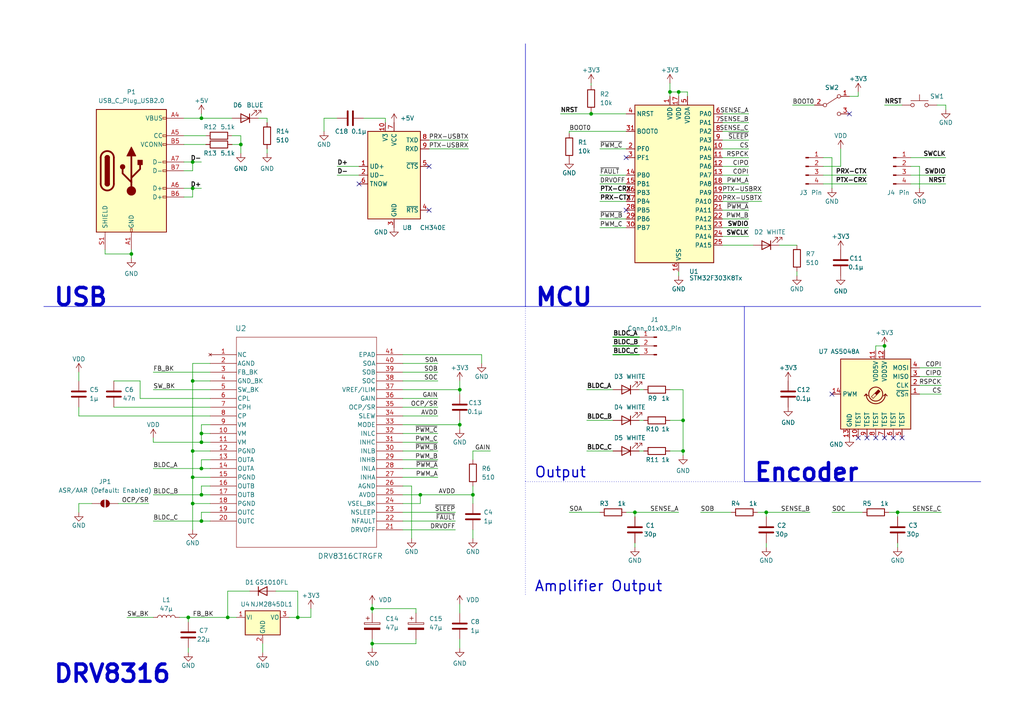
<source format=kicad_sch>
(kicad_sch (version 20231120) (generator "eeschema") (generator_version "8.0")
  (paper "A4")
  (title_block (date "2024-09-30") (company "shirokuma89dev"))
  (lib_symbols
    (symbol "Connector:Conn_01x03_Pin" (pin_names (offset 1.016) hide)
      (property "Reference" "J" (at 0 5.08 0))
      (property "Value" "Conn_01x03_Pin" (at 0 -5.08 0))
      (symbol "Conn_01x03_Pin_1_1"
        (pin passive line (at 5.08 2.54 180) (length 3.81) (name "Pin_1") (number "1"))
        (pin passive line (at 5.08 0 180) (length 3.81) (name "Pin_2") (number "2"))
        (pin passive line (at 5.08 -2.54 180) (length 3.81) (name "Pin_3") (number "3"))
      )
    )
    (symbol "Connector:Conn_01x04_Pin" (pin_names (offset 1.016) hide)
      (property "Reference" "J" (at 0 5.08 0))
      (property "Value" "Conn_01x04_Pin" (at 0 -7.62 0))
      (symbol "Conn_01x04_Pin_1_1"
        (pin passive line (at 5.08 2.54 180) (length 3.81) (name "Pin_1") (number "1"))
        (pin passive line (at 5.08 0 180) (length 3.81) (name "Pin_2") (number "2"))
        (pin passive line (at 5.08 -2.54 180) (length 3.81) (name "Pin_3") (number "3"))
        (pin passive line (at 5.08 -5.08 180) (length 3.81) (name "Pin_4") (number "4"))
      )
    )
    (symbol "Connector:USB_C_Plug_USB2.0" (pin_names (offset 1.016))
      (property "Reference" "P1" (at 0 22.86 0))
      (property "Value" "USB_C_Plug_USB2.0" (at 0 20.32 0))
      (symbol "USB_C_Plug_USB2.0_1_1"
        (pin passive line (at 0 -22.86 90) (length 5.08) (name "GND") (number "A1"))
        (pin passive line (at 0 -22.86 90) (length 5.08) hide (name "GND") (number "A12"))
        (pin passive line (at 15.24 15.24 180) (length 5.08) (name "VBUS") (number "A4"))
        (pin bidirectional line (at 15.24 10.16 180) (length 5.08) (name "CC") (number "A5"))
        (pin bidirectional line (at 15.24 -5.08 180) (length 5.08) (name "D+") (number "A6"))
        (pin bidirectional line (at 15.24 2.54 180) (length 5.08) (name "D-") (number "A7"))
        (pin passive line (at 15.24 15.24 180) (length 5.08) hide (name "VBUS") (number "A9"))
        (pin passive line (at 0 -22.86 90) (length 5.08) hide (name "GND") (number "B1"))
        (pin passive line (at 0 -22.86 90) (length 5.08) hide (name "GND") (number "B12"))
        (pin passive line (at 15.24 15.24 180) (length 5.08) hide (name "VBUS") (number "B4"))
        (pin bidirectional line (at 15.24 7.62 180) (length 5.08) (name "VCONN") (number "B5"))
        (pin bidirectional line (at 15.24 -7.62 180) (length 5.08) (name "D+") (number "B6"))
        (pin bidirectional line (at 15.24 0 180) (length 5.08) (name "D-") (number "B7"))
        (pin passive line (at 15.24 15.24 180) (length 5.08) hide (name "VBUS") (number "B9"))
        (pin passive line (at -7.62 -22.86 90) (length 5.08) (name "SHIELD") (number "S1"))
      )
    )
    (symbol "DRV8316CT:DRV8316CTRGFR" (pin_names (offset 0.254))
      (property "Reference" "U" (at 27.94 10.16 0))
      (property "Value" "DRV8316CTRGFR" (at 27.94 7.62 0))
      (symbol "DRV8316CTRGFR_0_1"
        (pin no_connect line (at 0 0 0) (length 7.62) (name "NC") (number "1"))
        (pin power_in line (at 0 -22.86 0) (length 7.62) (name "VM") (number "10"))
        (pin power_in line (at 0 -25.4 0) (length 7.62) (name "VM") (number "11"))
        (pin power_out line (at 0 -27.94 0) (length 7.62) (name "PGND") (number "12"))
        (pin power_in line (at 0 -30.48 0) (length 7.62) (name "OUTA") (number "13"))
        (pin power_in line (at 0 -33.02 0) (length 7.62) (name "OUTA") (number "14"))
        (pin power_out line (at 0 -35.56 0) (length 7.62) (name "PGND") (number "15"))
        (pin power_in line (at 0 -38.1 0) (length 7.62) (name "OUTB") (number "16"))
        (pin power_in line (at 0 -40.64 0) (length 7.62) (name "OUTB") (number "17"))
        (pin power_out line (at 0 -43.18 0) (length 7.62) (name "PGND") (number "18"))
        (pin power_in line (at 0 -45.72 0) (length 7.62) (name "OUTC") (number "19"))
        (pin power_out line (at 0 -2.54 0) (length 7.62) (name "AGND") (number "2"))
        (pin power_in line (at 0 -48.26 0) (length 7.62) (name "OUTC") (number "20"))
        (pin input line (at 55.88 -50.8 180) (length 7.62) (name "DRVOFF") (number "21"))
        (pin output line (at 55.88 -48.26 180) (length 7.62) (name "NFAULT") (number "22"))
        (pin input line (at 55.88 -45.72 180) (length 7.62) (name "NSLEEP") (number "23"))
        (pin input line (at 55.88 -43.18 180) (length 7.62) (name "VSEL_BK") (number "24"))
        (pin power_in line (at 55.88 -40.64 180) (length 7.62) (name "AVDD") (number "25"))
        (pin power_out line (at 55.88 -38.1 180) (length 7.62) (name "AGND") (number "26"))
        (pin input line (at 55.88 -35.56 180) (length 7.62) (name "INHA") (number "27"))
        (pin input line (at 55.88 -33.02 180) (length 7.62) (name "INLA") (number "28"))
        (pin input line (at 55.88 -30.48 180) (length 7.62) (name "INHB") (number "29"))
        (pin power_in line (at 0 -5.08 0) (length 7.62) (name "FB_BK") (number "3"))
        (pin input line (at 55.88 -27.94 180) (length 7.62) (name "INLB") (number "30"))
        (pin input line (at 55.88 -25.4 180) (length 7.62) (name "INHC") (number "31"))
        (pin input line (at 55.88 -22.86 180) (length 7.62) (name "INLC") (number "32"))
        (pin input line (at 55.88 -20.32 180) (length 7.62) (name "MODE") (number "33"))
        (pin input line (at 55.88 -17.78 180) (length 7.62) (name "SLEW") (number "34"))
        (pin input line (at 55.88 -15.24 180) (length 7.62) (name "OCP/SR") (number "35"))
        (pin input line (at 55.88 -12.7 180) (length 7.62) (name "GAIN") (number "36"))
        (pin power_in line (at 55.88 -10.16 180) (length 7.62) (name "VREF/ILIM") (number "37"))
        (pin output line (at 55.88 -7.62 180) (length 7.62) (name "SOC") (number "38"))
        (pin output line (at 55.88 -5.08 180) (length 7.62) (name "SOB") (number "39"))
        (pin power_out line (at 0 -7.62 0) (length 7.62) (name "GND_BK") (number "4"))
        (pin output line (at 55.88 -2.54 180) (length 7.62) (name "SOA") (number "40"))
        (pin power_out line (at 55.88 0 180) (length 7.62) (name "EPAD") (number "41"))
        (pin power_in line (at 0 -10.16 0) (length 7.62) (name "SW_BK") (number "5"))
        (pin power_in line (at 0 -12.7 0) (length 7.62) (name "CPL") (number "6"))
        (pin power_in line (at 0 -15.24 0) (length 7.62) (name "CPH") (number "7"))
        (pin power_in line (at 0 -17.78 0) (length 7.62) (name "CP") (number "8"))
        (pin power_in line (at 0 -20.32 0) (length 7.62) (name "VM") (number "9"))
      )
    )
    (symbol "Device:C" (pin_numbers hide) (pin_names (offset 0.254))
      (property "Reference" "C" (at 0.635 2.54 0))
      (property "Value" "C" (at 0.635 -2.54 0))
      (symbol "C_1_1"
        (pin passive line (at 0 3.81 270) (length 2.794) (name "~") (number "1"))
        (pin passive line (at 0 -3.81 90) (length 2.794) (name "~") (number "2"))
      )
    )
    (symbol "Device:C_Polarized" (pin_numbers hide) (pin_names (offset 0.254))
      (property "Reference" "C" (at 0.635 2.54 0))
      (property "Value" "C_Polarized" (at 0.635 -2.54 0))
      (symbol "C_Polarized_1_1"
        (pin passive line (at 0 3.81 270) (length 2.794) (name "~") (number "1"))
        (pin passive line (at 0 -3.81 90) (length 2.794) (name "~") (number "2"))
      )
    )
    (symbol "Device:D" (pin_numbers hide) (pin_names (offset 1.016) hide)
      (property "Reference" "D" (at 0 2.54 0))
      (property "Value" "D" (at 0 -2.54 0))
      (symbol "D_1_1"
        (pin passive line (at -3.81 0 0) (length 2.54) (name "K") (number "1"))
        (pin passive line (at 3.81 0 180) (length 2.54) (name "A") (number "2"))
      )
    )
    (symbol "Device:L" (pin_numbers hide) (pin_names (offset 1.016) hide)
      (property "Reference" "L" (at -1.27 0 90))
      (property "Value" "L" (at 1.905 0 90))
      (symbol "L_1_1"
        (pin passive line (at 0 3.81 270) (length 1.27) (name "1") (number "1"))
        (pin passive line (at 0 -3.81 90) (length 1.27) (name "2") (number "2"))
      )
    )
    (symbol "Device:LED" (pin_numbers hide) (pin_names (offset 1.016) hide)
      (property "Reference" "D" (at 0 2.54 0))
      (property "Value" "LED" (at 0 -2.54 0))
      (symbol "LED_1_1"
        (pin passive line (at -3.81 0 0) (length 2.54) (name "K") (number "1"))
        (pin passive line (at 3.81 0 180) (length 2.54) (name "A") (number "2"))
      )
    )
    (symbol "Device:R" (pin_numbers hide) (pin_names (offset 0))
      (property "Reference" "R" (at 2.032 0 90))
      (property "Value" "R" (at 0 0 90))
      (symbol "R_1_1"
        (pin passive line (at 0 3.81 270) (length 1.27) (name "~") (number "1"))
        (pin passive line (at 0 -3.81 90) (length 1.27) (name "~") (number "2"))
      )
    )
    (symbol "Interface_USB:CH340E"
      (property "Reference" "U" (at -5.08 13.97 0))
      (property "Value" "CH340E" (at 1.27 13.97 0))
      (symbol "CH340E_1_1"
        (pin bidirectional line (at -10.16 2.54 0) (length 2.54) (name "UD+") (number "1"))
        (pin passive line (at -2.54 15.24 270) (length 2.54) (name "V3") (number "10"))
        (pin bidirectional line (at -10.16 0 0) (length 2.54) (name "UD-") (number "2"))
        (pin power_in line (at 0 -15.24 90) (length 2.54) (name "GND") (number "3"))
        (pin output line (at 10.16 -10.16 180) (length 2.54) (name "~{RTS}") (number "4"))
        (pin input line (at 10.16 2.54 180) (length 2.54) (name "~{CTS}") (number "5"))
        (pin output line (at -10.16 -2.54 0) (length 2.54) (name "TNOW") (number "6"))
        (pin power_in line (at 0 15.24 270) (length 2.54) (name "VCC") (number "7"))
        (pin output line (at 10.16 10.16 180) (length 2.54) (name "TXD") (number "8"))
        (pin input line (at 10.16 7.62 180) (length 2.54) (name "RXD") (number "9"))
      )
    )
    (symbol "Jumper:SolderJumper_2_Open" (pin_numbers hide) (pin_names (offset 0) hide) (exclude_from_sim yes) (in_bom no)
      (property "Reference" "JP" (at 0 2.032 0))
      (property "Value" "SolderJumper_2_Open" (at 0 -2.54 0))
      (symbol "SolderJumper_2_Open_1_1"
        (pin passive line (at -3.81 0 0) (length 2.54) (name "A") (number "1"))
        (pin passive line (at 3.81 0 180) (length 2.54) (name "B") (number "2"))
      )
    )
    (symbol "MCU_ST_STM32F3:STM32F303K8Tx"
      (property "Reference" "U" (at -10.16 24.13 0))
      (property "Value" "STM32F303K8Tx" (at 7.62 24.13 0))
      (symbol "STM32F303K8Tx_1_1"
        (pin power_in line (at 0 25.4 270) (length 2.54) (name "VDD") (number "1"))
        (pin bidirectional line (at 15.24 10.16 180) (length 2.54) (name "PA4") (number "10"))
        (pin bidirectional line (at 15.24 7.62 180) (length 2.54) (name "PA5") (number "11"))
        (pin bidirectional line (at 15.24 5.08 180) (length 2.54) (name "PA6") (number "12"))
        (pin bidirectional line (at 15.24 2.54 180) (length 2.54) (name "PA7") (number "13"))
        (pin bidirectional line (at -12.7 2.54 0) (length 2.54) (name "PB0") (number "14"))
        (pin bidirectional line (at -12.7 0 0) (length 2.54) (name "PB1") (number "15"))
        (pin power_in line (at 2.54 -25.4 90) (length 2.54) (name "VSS") (number "16"))
        (pin power_in line (at 2.54 25.4 270) (length 2.54) (name "VDD") (number "17"))
        (pin bidirectional line (at 15.24 0 180) (length 2.54) (name "PA8") (number "18"))
        (pin bidirectional line (at 15.24 -2.54 180) (length 2.54) (name "PA9") (number "19"))
        (pin bidirectional line (at -12.7 10.16 0) (length 2.54) (name "PF0") (number "2"))
        (pin bidirectional line (at 15.24 -5.08 180) (length 2.54) (name "PA10") (number "20"))
        (pin bidirectional line (at 15.24 -7.62 180) (length 2.54) (name "PA11") (number "21"))
        (pin bidirectional line (at 15.24 -10.16 180) (length 2.54) (name "PA12") (number "22"))
        (pin bidirectional line (at 15.24 -12.7 180) (length 2.54) (name "PA13") (number "23"))
        (pin bidirectional line (at 15.24 -15.24 180) (length 2.54) (name "PA14") (number "24"))
        (pin bidirectional line (at 15.24 -17.78 180) (length 2.54) (name "PA15") (number "25"))
        (pin bidirectional line (at -12.7 -2.54 0) (length 2.54) (name "PB3") (number "26"))
        (pin bidirectional line (at -12.7 -5.08 0) (length 2.54) (name "PB4") (number "27"))
        (pin bidirectional line (at -12.7 -7.62 0) (length 2.54) (name "PB5") (number "28"))
        (pin bidirectional line (at -12.7 -10.16 0) (length 2.54) (name "PB6") (number "29"))
        (pin bidirectional line (at -12.7 7.62 0) (length 2.54) (name "PF1") (number "3"))
        (pin bidirectional line (at -12.7 -12.7 0) (length 2.54) (name "PB7") (number "30"))
        (pin input line (at -12.7 15.24 0) (length 2.54) (name "BOOT0") (number "31"))
        (pin passive line (at 2.54 -25.4 90) (length 2.54) hide (name "VSS") (number "32"))
        (pin input line (at -12.7 20.32 0) (length 2.54) (name "NRST") (number "4"))
        (pin power_in line (at 5.08 25.4 270) (length 2.54) (name "VDDA") (number "5"))
        (pin bidirectional line (at 15.24 20.32 180) (length 2.54) (name "PA0") (number "6"))
        (pin bidirectional line (at 15.24 17.78 180) (length 2.54) (name "PA1") (number "7"))
        (pin bidirectional line (at 15.24 15.24 180) (length 2.54) (name "PA2") (number "8"))
        (pin bidirectional line (at 15.24 12.7 180) (length 2.54) (name "PA3") (number "9"))
      )
    )
    (symbol "Regulator_Linear:MCP1703Ax-120xxDB" (pin_names (offset 0.254))
      (property "Reference" "U" (at -3.81 3.175 0))
      (property "Value" "MCP1703Ax-120xxDB" (at 0 3.175 0))
      (symbol "MCP1703Ax-120xxDB_1_1"
        (pin power_in line (at -7.62 0 0) (length 2.54) (name "VI") (number "1"))
        (pin power_in line (at 0 -7.62 90) (length 2.54) (name "GND") (number "2"))
        (pin power_out line (at 7.62 0 180) (length 2.54) (name "VO") (number "3"))
      )
    )
    (symbol "Sensor_Magnetic:AS5048A"
      (property "Reference" "U" (at -10.16 11.43 0))
      (property "Value" "AS5048A" (at 10.16 11.43 0))
      (symbol "AS5048A_1_1"
        (pin input line (at -12.7 0 0) (length 2.54) (name "~{CSn}") (number "1"))
        (pin passive line (at 5.08 -12.7 90) (length 2.54) (name "TEST") (number "10"))
        (pin power_in line (at 0 12.7 270) (length 2.54) (name "VDD5V") (number "11"))
        (pin power_in line (at -2.54 12.7 270) (length 2.54) (name "VDD3V") (number "12"))
        (pin power_in line (at 7.62 -12.7 90) (length 2.54) (name "GND") (number "13"))
        (pin output line (at 12.7 0 180) (length 2.54) (name "PWM") (number "14"))
        (pin input line (at -12.7 2.54 0) (length 2.54) (name "CLK") (number "2"))
        (pin output line (at -12.7 5.08 0) (length 2.54) (name "MISO") (number "3"))
        (pin input line (at -12.7 7.62 0) (length 2.54) (name "MOSI") (number "4"))
        (pin passive line (at -7.62 -12.7 90) (length 2.54) (name "TEST") (number "5"))
        (pin passive line (at -5.08 -12.7 90) (length 2.54) (name "TEST") (number "6"))
        (pin passive line (at -2.54 -12.7 90) (length 2.54) (name "TEST") (number "7"))
        (pin passive line (at 0 -12.7 90) (length 2.54) (name "TEST") (number "8"))
        (pin passive line (at 2.54 -12.7 90) (length 2.54) (name "TEST") (number "9"))
      )
    )
    (symbol "Switch:SW_Push" (pin_numbers hide) (pin_names (offset 1.016) hide)
      (property "Reference" "SW" (at 1.27 2.54 0))
      (property "Value" "SW_Push" (at 0 -1.524 0))
      (symbol "SW_Push_0_1"
        (pin passive line (at -5.08 0 0) (length 2.54) (name "1") (number "1"))
        (pin passive line (at 5.08 0 180) (length 2.54) (name "2") (number "2"))
      )
    )
    (symbol "Switch:SW_SPDT" (pin_names (offset 0) hide)
      (property "Reference" "SW" (at 0 4.318 0))
      (property "Value" "SW_SPDT" (at 0 -5.08 0))
      (symbol "SW_SPDT_1_1"
        (pin passive line (at 5.08 2.54 180) (length 2.54) (name "A") (number "1"))
        (pin passive line (at -5.08 0 0) (length 2.54) (name "B") (number "2"))
        (pin passive line (at 5.08 -2.54 180) (length 2.54) (name "C") (number "3"))
      )
    )
    (symbol "power:+3V3" (power) (pin_names (offset 0))
      (property "Value" "+3V3" (at 0 3.556 0))
      (symbol "+3V3_1_1"
        (pin power_in line (at 0 0 90) (length 0) hide (name "+3V3") (number "1"))
      )
    )
    (symbol "power:+5V" (power) (pin_names (offset 0))
      (property "Value" "+5V" (at 0 3.556 0))
      (symbol "+5V_1_1"
        (pin power_in line (at 0 0 90) (length 0) hide (name "+5V") (number "1"))
      )
    )
    (symbol "power:GND" (power) (pin_names (offset 0))
      (property "Value" "GND" (at 0 -3.81 0))
      (symbol "GND_1_1"
        (pin power_in line (at 0 0 270) (length 0) hide (name "GND") (number "1"))
      )
    )
    (symbol "power:VDD" (power) (pin_names (offset 0))
      (property "Value" "VDD" (at 0 3.81 0))
      (symbol "VDD_1_1"
        (pin power_in line (at 0 0 90) (length 0) hide (name "VDD") (number "1"))
      )
    )
  )
  (junction (at 38.1 73.66))
  (junction (at 55.88 130.81))
  (junction (at 107.95 176.53))
  (junction (at 55.88 54.61))
  (junction (at 58.42 151.13))
  (junction (at 133.35 123.19))
  (junction (at 198.12 130.81))
  (junction (at 222.25 148.59))
  (junction (at 184.15 148.59))
  (junction (at 58.42 125.73))
  (junction (at 58.42 143.51))
  (junction (at 256.54 100.33))
  (junction (at 86.36 179.07))
  (junction (at 260.35 148.59))
  (junction (at 55.88 110.49))
  (junction (at 58.42 34.29))
  (junction (at 133.35 113.03))
  (junction (at 55.88 146.05))
  (junction (at 54.61 179.07))
  (junction (at 198.12 121.92))
  (junction (at 107.95 186.69))
  (junction (at 58.42 135.89))
  (junction (at 171.45 33.02))
  (junction (at 121.92 143.51))
  (junction (at 55.88 138.43))
  (junction (at 196.85 26.67))
  (junction (at 194.31 26.67))
  (junction (at 137.16 143.51))
  (junction (at 58.42 128.27))
  (junction (at 69.85 41.91))
  (junction (at 55.88 46.99))
  (junction (at 66.04 179.07))
  (no_connect (at 181.61 60.96))
  (no_connect (at 104.14 53.34))
  (no_connect (at 259.08 127))
  (no_connect (at 124.46 60.96))
  (no_connect (at 241.3 114.3))
  (no_connect (at 256.54 127))
  (no_connect (at 254 127))
  (no_connect (at 181.61 45.72))
  (no_connect (at 261.62 127))
  (no_connect (at 124.46 48.26))
  (no_connect (at 246.38 33.02))
  (no_connect (at 251.46 127))
  (no_connect (at 248.92 127))
  (wire (pts (xy 97.79 50.8) (xy 104.14 50.8)))
  (wire (pts (xy 107.95 176.53) (xy 120.65 176.53)))
  (wire (pts (xy 120.65 185.42) (xy 120.65 186.69)))
  (wire (pts (xy 133.35 110.49) (xy 133.35 113.03)))
  (wire (pts (xy 194.31 26.67) (xy 196.85 26.67)))
  (wire (pts (xy 194.31 121.92) (xy 198.12 121.92)))
  (wire (pts (xy 54.61 187.96) (xy 54.61 189.23)))
  (wire (pts (xy 238.76 48.26) (xy 243.84 48.26)))
  (wire (pts (xy 60.96 123.19) (xy 58.42 123.19)))
  (wire (pts (xy 86.36 179.07) (xy 90.17 179.07)))
  (wire (pts (xy 209.55 60.96) (xy 217.17 60.96)))
  (wire (pts (xy 209.55 55.88) (xy 220.98 55.88)))
  (wire (pts (xy 55.88 146.05) (xy 55.88 138.43)))
  (wire (pts (xy 133.35 187.96) (xy 133.35 185.42)))
  (wire (pts (xy 170.18 121.92) (xy 177.8 121.92)))
  (wire (pts (xy 266.7 109.22) (xy 273.05 109.22)))
  (wire (pts (xy 198.12 130.81) (xy 198.12 132.08)))
  (wire (pts (xy 209.55 35.56) (xy 217.17 35.56)))
  (wire (pts (xy 137.16 140.97) (xy 137.16 143.51)))
  (wire (pts (xy 58.42 125.73) (xy 60.96 125.73)))
  (wire (pts (xy 257.81 148.59) (xy 260.35 148.59)))
  (wire (pts (xy 44.45 113.03) (xy 60.96 113.03)))
  (wire (pts (xy 111.76 34.29) (xy 105.41 34.29)))
  (wire (pts (xy 54.61 179.07) (xy 66.04 179.07)))
  (wire (pts (xy 116.84 128.27) (xy 127 128.27)))
  (wire (pts (xy 209.55 66.04) (xy 217.17 66.04)))
  (wire (pts (xy 60.96 148.59) (xy 58.42 148.59)))
  (wire (pts (xy 116.84 130.81) (xy 127 130.81)))
  (wire (pts (xy 173.99 50.8) (xy 181.61 50.8)))
  (wire (pts (xy 76.2 186.69) (xy 76.2 189.23)))
  (wire (pts (xy 266.7 48.26) (xy 266.7 54.61)))
  (wire (pts (xy 58.42 34.29) (xy 67.31 34.29)))
  (polyline (pts (xy 152.4 88.9) (xy 284.48 88.9)))
  (wire (pts (xy 181.61 148.59) (xy 184.15 148.59)))
  (wire (pts (xy 67.31 41.91) (xy 69.85 41.91)))
  (wire (pts (xy 97.79 34.29) (xy 93.98 34.29)))
  (wire (pts (xy 264.16 48.26) (xy 266.7 48.26)))
  (wire (pts (xy 58.42 148.59) (xy 58.42 151.13)))
  (wire (pts (xy 243.84 43.18) (xy 243.84 48.26)))
  (wire (pts (xy 58.42 133.35) (xy 58.42 135.89)))
  (wire (pts (xy 30.48 72.39) (xy 30.48 73.66)))
  (wire (pts (xy 116.84 138.43) (xy 127 138.43)))
  (wire (pts (xy 260.35 148.59) (xy 260.35 149.86)))
  (wire (pts (xy 53.34 57.15) (xy 55.88 57.15)))
  (polyline (pts (xy 152.4 139.7) (xy 152.4 172.72)) (stroke (width 0) (type dot)))
  (wire (pts (xy 107.95 176.53) (xy 107.95 177.8)))
  (wire (pts (xy 177.8 102.87) (xy 185.42 102.87)) (stroke (width 0.3)))
  (polyline (pts (xy 215.9 88.9) (xy 215.9 139.7)))
  (wire (pts (xy 116.84 125.73) (xy 127 125.73)))
  (wire (pts (xy 238.76 53.34) (xy 251.46 53.34)))
  (wire (pts (xy 44.45 127) (xy 44.45 128.27)))
  (wire (pts (xy 34.29 146.05) (xy 43.18 146.05)))
  (wire (pts (xy 116.84 133.35) (xy 127 133.35)))
  (wire (pts (xy 107.95 175.26) (xy 107.95 176.53)))
  (wire (pts (xy 173.99 53.34) (xy 181.61 53.34)))
  (wire (pts (xy 173.99 66.04) (xy 181.61 66.04)))
  (wire (pts (xy 260.35 157.48) (xy 260.35 158.75)))
  (wire (pts (xy 246.38 27.94) (xy 248.92 27.94)))
  (wire (pts (xy 271.78 30.48) (xy 274.32 30.48)))
  (wire (pts (xy 116.84 151.13) (xy 132.08 151.13)))
  (wire (pts (xy 90.17 176.53) (xy 90.17 179.07)))
  (wire (pts (xy 83.82 179.07) (xy 86.36 179.07)))
  (wire (pts (xy 116.84 113.03) (xy 133.35 113.03)))
  (wire (pts (xy 121.92 146.05) (xy 121.92 143.51)))
  (wire (pts (xy 55.88 54.61) (xy 55.88 57.15)))
  (wire (pts (xy 171.45 24.13) (xy 171.45 24.765)))
  (wire (pts (xy 133.35 123.19) (xy 133.35 124.46)))
  (wire (pts (xy 53.34 41.91) (xy 59.69 41.91)))
  (wire (pts (xy 77.47 34.29) (xy 74.93 34.29)))
  (wire (pts (xy 116.84 148.59) (xy 132.08 148.59)))
  (wire (pts (xy 60.96 133.35) (xy 58.42 133.35)))
  (wire (pts (xy 40.64 110.49) (xy 33.02 110.49)))
  (wire (pts (xy 173.99 43.18) (xy 181.61 43.18)))
  (wire (pts (xy 44.45 143.51) (xy 58.42 143.51)))
  (wire (pts (xy 139.7 105.41) (xy 139.7 102.87)))
  (wire (pts (xy 241.3 148.59) (xy 250.19 148.59)))
  (wire (pts (xy 72.39 171.45) (xy 66.04 171.45)))
  (wire (pts (xy 53.34 34.29) (xy 58.42 34.29)))
  (wire (pts (xy 53.34 54.61) (xy 55.88 54.61)))
  (wire (pts (xy 22.86 107.95) (xy 22.86 110.49)))
  (wire (pts (xy 171.45 33.02) (xy 181.61 33.02)))
  (wire (pts (xy 184.15 148.59) (xy 196.85 148.59)))
  (wire (pts (xy 254 100.33) (xy 256.54 100.33)))
  (wire (pts (xy 229.87 30.48) (xy 236.22 30.48)))
  (wire (pts (xy 107.95 186.69) (xy 107.95 185.42)))
  (wire (pts (xy 209.55 58.42) (xy 220.98 58.42)))
  (wire (pts (xy 55.88 138.43) (xy 55.88 130.81)))
  (wire (pts (xy 60.96 140.97) (xy 58.42 140.97)))
  (wire (pts (xy 60.96 105.41) (xy 55.88 105.41)))
  (wire (pts (xy 165.1 148.59) (xy 173.99 148.59)))
  (wire (pts (xy 58.42 123.19) (xy 58.42 125.73)))
  (wire (pts (xy 33.02 118.11) (xy 60.96 118.11)))
  (wire (pts (xy 181.61 38.1) (xy 165.1 38.1)))
  (wire (pts (xy 170.18 130.81) (xy 177.8 130.81)))
  (wire (pts (xy 198.12 113.03) (xy 198.12 121.92)))
  (wire (pts (xy 107.95 187.96) (xy 107.95 186.69)))
  (wire (pts (xy 60.96 120.65) (xy 22.86 120.65)))
  (wire (pts (xy 121.92 143.51) (xy 137.16 143.51)))
  (wire (pts (xy 66.04 179.07) (xy 68.58 179.07)))
  (wire (pts (xy 177.8 97.79) (xy 185.42 97.79)) (stroke (width 0.3)))
  (wire (pts (xy 184.15 148.59) (xy 184.15 149.86)))
  (wire (pts (xy 55.88 153.67) (xy 55.88 146.05)))
  (wire (pts (xy 26.67 146.05) (xy 22.86 146.05)))
  (wire (pts (xy 137.16 130.81) (xy 142.24 130.81)))
  (wire (pts (xy 30.48 73.66) (xy 38.1 73.66)))
  (wire (pts (xy 55.88 146.05) (xy 60.96 146.05)))
  (wire (pts (xy 44.45 151.13) (xy 58.42 151.13)))
  (wire (pts (xy 241.3 45.72) (xy 241.3 54.61)))
  (wire (pts (xy 219.71 148.59) (xy 222.25 148.59)))
  (wire (pts (xy 198.12 121.92) (xy 198.12 130.81)))
  (wire (pts (xy 77.47 43.18) (xy 77.47 44.45)))
  (wire (pts (xy 53.34 49.53) (xy 55.88 49.53)))
  (wire (pts (xy 55.88 130.81) (xy 60.96 130.81)))
  (wire (pts (xy 209.55 63.5) (xy 217.17 63.5)))
  (wire (pts (xy 69.85 41.91) (xy 69.85 44.45)))
  (wire (pts (xy 209.55 38.1) (xy 217.17 38.1)))
  (wire (pts (xy 185.42 121.92) (xy 186.69 121.92)))
  (wire (pts (xy 116.84 140.97) (xy 119.38 140.97)))
  (wire (pts (xy 55.88 138.43) (xy 60.96 138.43)))
  (wire (pts (xy 222.25 157.48) (xy 222.25 158.75)))
  (wire (pts (xy 53.34 39.37) (xy 59.69 39.37)))
  (wire (pts (xy 38.1 72.39) (xy 38.1 73.66)))
  (wire (pts (xy 196.85 78.74) (xy 196.85 80.01)))
  (wire (pts (xy 80.01 171.45) (xy 86.36 171.45)))
  (wire (pts (xy 137.16 153.67) (xy 137.16 156.21)))
  (wire (pts (xy 137.16 133.35) (xy 137.16 130.81)))
  (polyline (pts (xy 12.7 88.9) (xy 152.4 88.9)))
  (wire (pts (xy 58.42 135.89) (xy 60.96 135.89)))
  (wire (pts (xy 86.36 171.45) (xy 86.36 179.07)))
  (wire (pts (xy 209.55 33.02) (xy 217.17 33.02)))
  (wire (pts (xy 116.84 153.67) (xy 132.08 153.67)))
  (wire (pts (xy 116.84 102.87) (xy 139.7 102.87)))
  (wire (pts (xy 266.7 111.76) (xy 273.05 111.76)))
  (wire (pts (xy 209.55 45.72) (xy 217.17 45.72)))
  (wire (pts (xy 170.18 113.03) (xy 177.8 113.03)))
  (wire (pts (xy 69.85 39.37) (xy 69.85 41.91)))
  (wire (pts (xy 54.61 180.34) (xy 54.61 179.07)))
  (wire (pts (xy 44.45 107.95) (xy 60.96 107.95)))
  (wire (pts (xy 165.1 38.1) (xy 165.1 38.735)))
  (wire (pts (xy 44.45 135.89) (xy 58.42 135.89)))
  (wire (pts (xy 194.31 113.03) (xy 198.12 113.03)))
  (wire (pts (xy 264.16 53.34) (xy 274.32 53.34)))
  (wire (pts (xy 209.55 68.58) (xy 217.17 68.58)))
  (wire (pts (xy 231.14 78.74) (xy 231.14 80.01)))
  (wire (pts (xy 55.88 54.61) (xy 58.42 54.61)))
  (wire (pts (xy 209.55 53.34) (xy 217.17 53.34)))
  (wire (pts (xy 116.84 135.89) (xy 127 135.89)))
  (wire (pts (xy 116.84 107.95) (xy 127 107.95)))
  (wire (pts (xy 173.99 63.5) (xy 181.61 63.5)))
  (wire (pts (xy 58.42 33.02) (xy 58.42 34.29)))
  (wire (pts (xy 22.86 146.05) (xy 22.86 148.59)))
  (wire (pts (xy 264.16 45.72) (xy 274.32 45.72)))
  (wire (pts (xy 116.84 143.51) (xy 121.92 143.51)))
  (wire (pts (xy 196.85 26.67) (xy 196.85 27.94)))
  (wire (pts (xy 77.47 34.29) (xy 77.47 35.56)))
  (wire (pts (xy 171.45 32.385) (xy 171.45 33.02)))
  (wire (pts (xy 231.14 71.12) (xy 226.06 71.12)))
  (wire (pts (xy 185.42 130.81) (xy 186.69 130.81)))
  (wire (pts (xy 184.15 157.48) (xy 184.15 158.75)))
  (wire (pts (xy 60.96 128.27) (xy 58.42 128.27)))
  (wire (pts (xy 177.8 100.33) (xy 185.42 100.33)) (stroke (width 0.3)))
  (wire (pts (xy 124.46 40.64) (xy 135.89 40.64)))
  (wire (pts (xy 53.34 46.99) (xy 55.88 46.99)))
  (wire (pts (xy 256.54 100.33) (xy 256.54 101.6)))
  (wire (pts (xy 162.56 33.02) (xy 171.45 33.02)))
  (wire (pts (xy 66.04 171.45) (xy 66.04 179.07)))
  (wire (pts (xy 133.35 175.26) (xy 133.35 177.8)))
  (wire (pts (xy 254 101.6) (xy 254 100.33)))
  (wire (pts (xy 120.65 177.8) (xy 120.65 176.53)))
  (wire (pts (xy 54.61 179.07) (xy 52.07 179.07)))
  (wire (pts (xy 116.84 146.05) (xy 121.92 146.05)))
  (wire (pts (xy 58.42 128.27) (xy 44.45 128.27)))
  (wire (pts (xy 194.31 24.13) (xy 194.31 26.67)))
  (wire (pts (xy 38.1 73.66) (xy 38.1 74.93)))
  (wire (pts (xy 256.54 30.48) (xy 261.62 30.48)))
  (wire (pts (xy 120.65 186.69) (xy 107.95 186.69)))
  (wire (pts (xy 111.76 35.56) (xy 111.76 34.29)))
  (wire (pts (xy 116.84 118.11) (xy 127 118.11)))
  (wire (pts (xy 194.31 130.81) (xy 198.12 130.81)))
  (wire (pts (xy 185.42 113.03) (xy 186.69 113.03)))
  (wire (pts (xy 264.16 50.8) (xy 274.32 50.8)))
  (wire (pts (xy 58.42 140.97) (xy 58.42 143.51)))
  (wire (pts (xy 55.88 105.41) (xy 55.88 110.49)))
  (wire (pts (xy 116.84 115.57) (xy 127 115.57)))
  (wire (pts (xy 209.55 71.12) (xy 218.44 71.12)))
  (polyline (pts (xy 215.9 139.7) (xy 152.4 139.7)) (stroke (width 0) (type dot)))
  (wire (pts (xy 133.35 121.92) (xy 133.35 123.19)))
  (wire (pts (xy 222.25 148.59) (xy 222.25 149.86)))
  (wire (pts (xy 55.88 49.53) (xy 55.88 46.99)))
  (wire (pts (xy 248.92 26.67) (xy 248.92 27.94)))
  (wire (pts (xy 60.96 115.57) (xy 40.64 115.57)))
  (wire (pts (xy 137.16 143.51) (xy 137.16 146.05)))
  (wire (pts (xy 196.85 26.67) (xy 199.39 26.67)))
  (wire (pts (xy 97.79 48.26) (xy 104.14 48.26)))
  (wire (pts (xy 133.35 113.03) (xy 133.35 114.3)))
  (polyline (pts (xy 152.4 12.7) (xy 152.4 88.9)))
  (wire (pts (xy 238.76 45.72) (xy 241.3 45.72)))
  (wire (pts (xy 274.32 30.48) (xy 274.32 31.75)))
  (polyline (pts (xy 215.9 139.7) (xy 284.48 139.7)))
  (wire (pts (xy 116.84 120.65) (xy 127 120.65)))
  (wire (pts (xy 266.7 106.68) (xy 273.05 106.68)))
  (wire (pts (xy 58.42 151.13) (xy 60.96 151.13)))
  (wire (pts (xy 209.55 48.26) (xy 217.17 48.26)))
  (wire (pts (xy 58.42 143.51) (xy 60.96 143.51)))
  (wire (pts (xy 194.31 27.94) (xy 194.31 26.67)))
  (wire (pts (xy 173.99 55.88) (xy 181.61 55.88)))
  (wire (pts (xy 266.7 114.3) (xy 273.05 114.3)))
  (wire (pts (xy 36.83 179.07) (xy 44.45 179.07)))
  (wire (pts (xy 173.99 58.42) (xy 181.61 58.42)))
  (wire (pts (xy 238.76 50.8) (xy 251.46 50.8)))
  (wire (pts (xy 55.88 110.49) (xy 60.96 110.49)))
  (wire (pts (xy 222.25 148.59) (xy 234.95 148.59)))
  (wire (pts (xy 124.46 43.18) (xy 135.89 43.18)))
  (wire (pts (xy 203.2 148.59) (xy 212.09 148.59)))
  (wire (pts (xy 22.86 120.65) (xy 22.86 118.11)))
  (wire (pts (xy 209.55 50.8) (xy 217.17 50.8)))
  (wire (pts (xy 93.98 34.29) (xy 93.98 38.1)))
  (wire (pts (xy 116.84 123.19) (xy 133.35 123.19)))
  (wire (pts (xy 55.88 110.49) (xy 55.88 130.81)))
  (wire (pts (xy 116.84 110.49) (xy 127 110.49)))
  (polyline (pts (xy 152.4 88.9) (xy 152.4 139.7)) (stroke (width 0) (type dot)))
  (wire (pts (xy 209.55 40.64) (xy 217.17 40.64)))
  (wire (pts (xy 260.35 148.59) (xy 273.05 148.59)))
  (wire (pts (xy 199.39 26.67) (xy 199.39 27.94)))
  (wire (pts (xy 116.84 105.41) (xy 127 105.41)))
  (wire (pts (xy 67.31 39.37) (xy 69.85 39.37)))
  (wire (pts (xy 55.88 46.99) (xy 58.42 46.99)))
  (wire (pts (xy 40.64 115.57) (xy 40.64 110.49)))
  (wire (pts (xy 209.55 43.18) (xy 217.17 43.18)))
  (wire (pts (xy 119.38 140.97) (xy 119.38 156.21)))
  (wire (pts (xy 58.42 125.73) (xy 58.42 128.27)))
  (text "MCU" (at 154.94 86.36 0) (effects (font (size 5 5) (thickness 1) (bold yes)) (justify left)))
  (text "Amplifier Output" (at 154.94 170.18 0) (effects (font (size 3 3) (thickness 0.375)) (justify left)))
  (text "DRV8316" (at 15.24 195.58 0) (effects (font (size 5 5) (thickness 1) (bold yes)) (justify left)))
  (text "Encoder" (at 218.44 137.16 0) (effects (font (size 5 5) (thickness 1) (bold yes)) (justify left)))
  (text "Output" (at 154.94 137.16 0) (effects (font (size 3 3) (thickness 0.375)) (justify left)))
  (text "USB" (at 15.24 86.36 0) (effects (font (size 5 5) (thickness 1) (bold yes)) (justify left)))
  (label "BLDC_B" (at 177.8 100.33 0) (effects (font (bold yes))))
  (label "BLDC_C" (at 44.45 151.13 0))
  (label "RSPCK" (at 217.17 45.72 180))
  (label "~{SLEEP}" (at 132.08 148.59 180))
  (label "~{PWM_C}" (at 127 125.73 180))
  (label "FB_BK" (at 55.88 179.07 0))
  (label "D-" (at 97.79 50.8 0) (effects (font (bold yes))))
  (label "~{SLEEP}" (at 217.17 40.64 180))
  (label "RSPCK" (at 273.05 111.76 180))
  (label "PRX-CTX" (at 251.46 50.8 180) (effects (font (bold yes))))
  (label "GAIN" (at 127 115.57 180))
  (label "SOA" (at 127 105.41 180))
  (label "BLDC_A" (at 177.8 97.79 0) (effects (font (bold yes))))
  (label "~{PWM_C}" (at 173.99 43.18 0))
  (label "D-" (at 58.42 46.99 180) (effects (font (thickness 0.254) (bold yes))))
  (label "D+" (at 58.42 54.61 180) (effects (font (bold yes))))
  (label "SENSE_C" (at 217.17 38.1 180))
  (label "~{FAULT}" (at 173.99 50.8 0))
  (label "~{PWM_A}" (at 217.17 60.96 180))
  (label "SOB" (at 203.2 148.59 0))
  (label "SOC" (at 241.3 148.59 0))
  (label "PRX-USBTX" (at 135.89 40.64 180))
  (label "BLDC_C" (at 177.8 102.87 0) (effects (font (bold yes))))
  (label "AVDD" (at 127 120.65 180))
  (label "DRVOFF" (at 173.99 53.34 0))
  (label "SENSE_A" (at 196.85 148.59 180))
  (label "CIPO" (at 217.17 48.26 180))
  (label "SOB" (at 127 107.95 180))
  (label "SOA" (at 165.1 148.59 0))
  (label "~{PWM_B}" (at 173.99 63.5 0))
  (label "DRVOFF" (at 132.08 153.67 180))
  (label "CIPO" (at 273.05 109.22 180))
  (label "BOOT0" (at 165.1 38.1 0))
  (label "PTX-CRX" (at 251.46 53.34 180) (effects (font (bold yes))))
  (label "PWM_B" (at 217.17 63.5 180))
  (label "SW_BK" (at 36.83 179.07 0))
  (label "BLDC_C" (at 170.18 130.81 0) (effects (font (bold yes))))
  (label "PWM_B" (at 127 133.35 180))
  (label "SWCLK" (at 274.32 45.72 180) (effects (font (bold yes))))
  (label "SOC" (at 127 110.49 180))
  (label "PTX-CRX" (at 173.99 55.88 0) (effects (font (thickness 0.254) (bold yes))))
  (label "AVDD" (at 132.08 143.51 180))
  (label "OCP{slash}SR" (at 127 118.11 180))
  (label "NRST" (at 162.56 33.02 0) (effects (font (thickness 0.254) (bold yes))))
  (label "NRST" (at 256.54 30.48 0) (effects (font (thickness 0.254) (bold yes))))
  (label "BLDC_A" (at 170.18 113.03 0) (effects (font (thickness 0.254) (bold yes))))
  (label "PRX-USBTX" (at 220.98 58.42 180))
  (label "PWM_C" (at 127 128.27 180))
  (label "SENSE_B" (at 234.95 148.59 180))
  (label "PTX-USBRX" (at 135.89 43.18 180))
  (label "COPI" (at 273.05 106.68 180))
  (label "PRX-CTX" (at 173.99 58.42 0) (effects (font (thickness 0.254) (bold yes))))
  (label "PWM_A" (at 127 138.43 180))
  (label "CS" (at 273.05 114.3 180))
  (label "SWDIO" (at 274.32 50.8 180) (effects (font (bold yes))))
  (label "FB_BK" (at 44.45 107.95 0))
  (label "~{PWM_A}" (at 127 135.89 180))
  (label "OCP{slash}SR" (at 43.18 146.05 180))
  (label "GAIN" (at 142.24 130.81 180))
  (label "PWM_C" (at 173.99 66.04 0))
  (label "SW_BK" (at 44.45 113.03 0))
  (label "~{FAULT}" (at 132.08 151.13 180))
  (label "BLDC_B" (at 44.45 143.51 0))
  (label "SENSE_C" (at 273.05 148.59 180))
  (label "COPI" (at 217.17 50.8 180))
  (label "CS" (at 217.17 43.18 180))
  (label "NRST" (at 274.32 53.34 180) (effects (font (bold yes))))
  (label "SWDIO" (at 217.17 66.04 180) (effects (font (thickness 0.254) (bold yes))))
  (label "BOOT0" (at 229.87 30.48 0))
  (label "SENSE_B" (at 217.17 35.56 180))
  (label "D+" (at 97.79 48.26 0) (effects (font (bold yes))))
  (label "PWM_A" (at 217.17 53.34 180))
  (label "~{PWM_B}" (at 127 130.81 180))
  (label "BLDC_B" (at 170.18 121.92 0) (effects (font (bold yes))))
  (label "SWCLK" (at 217.17 68.58 180) (effects (font (thickness 0.254) (bold yes))))
  (label "PTX-USBRX" (at 220.98 55.88 180))
  (label "SENSE_A" (at 217.17 33.02 180))
  (label "BLDC_A" (at 44.45 135.89 0))
  (symbol (lib_id "power:GND") (at 196.85 80.01 0) (unit 1)
    (property "Reference" "#PWR02" (effects (hide yes)))
    (property "Value" "GND" (at 196.85 83.82 0))
  )
  (symbol (lib_id "power:+3V3") (at 248.92 26.67 0) (unit 1)
    (property "Reference" "#PWR035" (effects (hide yes)))
    (property "Value" "+3V3" (at 248.92 22.86 0))
  )
  (symbol (lib_id "power:GND") (at 266.7 54.61 0) (unit 1)
    (property "Reference" "#PWR071" (effects (hide yes)))
    (property "Value" "GND" (at 266.7 58.42 0))
  )
  (symbol (lib_id "Device:D") (at 76.2 171.45 0) (unit 1)
    (property "Reference" "D1" (at 72.39 168.91 0))
    (property "Value" "GS1010FL" (at 78.74 168.91 0))
    (property "Footprint" "Diode_SMD:D_SOD-123" (effects (hide yes)))
    (property "Description" "Diode" (effects (hide yes)))
    (property "Sim.Device" "D" (effects (hide yes)))
    (property "Sim.Pins" "1=K 2=A" (effects (hide yes)))
  )
  (symbol (lib_id "Device:R") (at 231.14 74.93 0) (unit 1)
    (property "Reference" "R7" (at 233.68 73.66 0) (effects (justify left)))
    (property "Value" "510" (at 233.68 76.2 0) (effects (justify left)))
    (property "Footprint" "Resistor_SMD:R_0402_1005Metric" (effects (hide yes)))
  )
  (symbol (lib_id "Connector:Conn_01x04_Pin") (at 233.68 48.26 0) (unit 1)
    (property "Reference" "J3" (at 233.045 55.88 0))
    (property "Value" "Pin" (at 236.855 55.88 0))
    (property "Footprint" "Connector_Molex:Molex_SPOX_5268-04A_1x04_P2.50mm_Horizontal" (effects (hide yes)))
  )
  (symbol (lib_id "Device:R") (at 190.5 113.03 90) (unit 1)
    (property "Reference" "R9" (at 189.23 115.57 90))
    (property "Value" "1k" (at 193.04 115.57 90))
    (property "Footprint" "Resistor_SMD:R_0402_1005Metric" (effects (hide yes)))
  )
  (symbol (lib_id "Jumper:SolderJumper_2_Open") (at 30.48 146.05 0) (unit 1) (exclude_from_sim yes) (in_bom no)
    (property "Reference" "JP1" (at 30.48 139.7 0))
    (property "Value" "ASR/AAR (Default: Enabled)" (at 30.48 142.24 0))
    (property "Footprint" "Jumper:SolderJumper-2_P1.3mm_Open_TrianglePad1.0x1.5mm" (effects (hide yes)))
    (property "Description" "Solder Jumper, 2-pole, open" (effects (hide yes)))
  )
  (symbol (lib_id "power:GND") (at 77.47 44.45 0) (unit 1)
    (property "Reference" "#PWR063" (effects (hide yes)))
    (property "Value" "GND" (at 77.47 48.895 0))
  )
  (symbol (lib_id "Device:C") (at 22.86 114.3 180) (unit 1)
    (property "Reference" "C5" (at 27.305 113.03 0))
    (property "Value" "1μ" (at 27.305 115.57 0))
    (property "Footprint" "Capacitor_SMD:C_0603_1608Metric" (effects (hide yes)))
  )
  (symbol (lib_id "Device:LED") (at 181.61 113.03 180) (unit 1)
    (property "Reference" "D3" (at 179.3875 109.22 0))
    (property "Value" "WHITE" (at 184.4675 109.22 0))
    (property "Footprint" "LED_SMD:LED_0603_1608Metric" (effects (hide yes)))
  )
  (symbol (lib_id "Device:LED") (at 71.12 34.29 180) (unit 1)
    (property "Reference" "D6" (at 68.8975 30.48 0))
    (property "Value" "BLUE" (at 73.9775 30.48 0))
    (property "Footprint" "LED_SMD:LED_0603_1608Metric" (effects (hide yes)))
  )
  (symbol (lib_id "Device:C") (at 133.35 181.61 180) (unit 1)
    (property "Reference" "C8" (at 137.795 180.34 0))
    (property "Value" "1µ" (at 137.795 182.88 0))
    (property "Footprint" "Capacitor_SMD:C_0603_1608Metric" (effects (hide yes)))
  )
  (symbol (lib_id "Device:C_Polarized") (at 120.65 181.61 0) (unit 1)
    (property "Reference" "C15" (at 124.46 179.451 0) (effects (justify left)))
    (property "Value" "47μ" (at 124.46 181.991 0) (effects (justify left)))
    (property "Footprint" "Capacitor_SMD:CP_Elec_5x5.3" (effects (hide yes)))
    (property "Description" "Polarized capacitor" (effects (hide yes)))
  )
  (symbol (lib_id "Device:C") (at 184.15 153.67 180) (unit 1)
    (property "Reference" "C1" (at 188.595 152.4 0))
    (property "Value" "30p" (at 188.595 154.94 0))
    (property "Footprint" "Capacitor_SMD:C_0603_1608Metric" (effects (hide yes)))
  )
  (symbol (lib_id "Device:R") (at 190.5 121.92 90) (unit 1)
    (property "Reference" "R10" (at 189.23 124.46 90))
    (property "Value" "1k" (at 193.04 124.46 90))
    (property "Footprint" "Resistor_SMD:R_0402_1005Metric" (effects (hide yes)))
  )
  (symbol (lib_id "Device:LED") (at 222.25 71.12 180) (unit 1)
    (property "Reference" "D2" (at 220.0275 67.31 0))
    (property "Value" "WHITE" (at 225.1075 67.31 0))
    (property "Footprint" "LED_SMD:LED_0603_1608Metric" (effects (hide yes)))
  )
  (symbol (lib_id "power:+3V3") (at 133.35 110.49 0) (unit 1)
    (property "Reference" "#PWR011" (effects (hide yes)))
    (property "Value" "+3V3" (at 133.35 106.68 0))
  )
  (symbol (lib_id "power:+5V") (at 58.42 33.02 0) (unit 1)
    (property "Reference" "#PWR065" (effects (hide yes)))
    (property "Value" "+5V" (at 58.42 29.21 0))
  )
  (symbol (lib_id "power:+3V3") (at 228.6 110.49 0) (unit 1)
    (property "Reference" "#PWR030" (effects (hide yes)))
    (property "Value" "+3V3" (at 228.6 106.68 0))
  )
  (symbol (lib_id "power:GND") (at 274.32 31.75 0) (unit 1)
    (property "Reference" "#PWR034" (effects (hide yes)))
    (property "Value" "GND" (at 274.32 35.56 0))
  )
  (symbol (lib_id "power:GND") (at 228.6 118.11 0) (unit 1)
    (property "Reference" "#PWR031" (effects (hide yes)))
    (property "Value" "GND" (at 228.6 122.555 0))
  )
  (symbol (lib_id "power:VDD") (at 243.84 43.18 0) (mirror y) (unit 1)
    (property "Reference" "#PWR032" (effects (hide yes)))
    (property "Value" "VDD" (at 243.84 39.37 0))
  )
  (symbol (lib_id "power:GND") (at 133.35 187.96 0) (unit 1)
    (property "Reference" "#PWR023" (effects (hide yes)))
    (property "Value" "GND" (at 133.35 192.405 0))
  )
  (symbol (lib_id "power:VDD") (at 44.45 127 0) (mirror y) (unit 1)
    (property "Reference" "#PWR016" (effects (hide yes)))
    (property "Value" "VDD" (at 44.45 123.19 0))
  )
  (symbol (lib_id "Device:L") (at 48.26 179.07 90) (unit 1)
    (property "Reference" "L1" (at 48.26 173.99 90))
    (property "Value" "47μ" (at 48.26 176.53 90))
    (property "Footprint" "Inductor_SMD:L_6.3x6.3_H3" (effects (hide yes)))
    (property "Description" "Inductor" (effects (hide yes)))
  )
  (symbol (lib_id "power:VDD") (at 133.35 175.26 0) (unit 1)
    (property "Reference" "#PWR022" (effects (hide yes)))
    (property "Value" "VDD" (at 137.16 173.99 0))
  )
  (symbol (lib_id "power:+3V3") (at 256.54 100.33 0) (unit 1)
    (property "Reference" "#PWR060" (effects (hide yes)))
    (property "Value" "+3V3" (at 256.54 96.52 0))
  )
  (symbol (lib_id "Device:C") (at 101.6 34.29 270) (mirror x) (unit 1)
    (property "Reference" "C18" (at 99.06 38.1 90))
    (property "Value" "0.1µ" (at 104.14 38.1 90))
    (property "Footprint" "Capacitor_SMD:C_0603_1608Metric" (effects (hide yes)))
  )
  (symbol (lib_id "Device:R") (at 77.47 39.37 0) (unit 1)
    (property "Reference" "R14" (at 80.01 38.1 0) (effects (justify left)))
    (property "Value" "510" (at 80.01 40.64 0) (effects (justify left)))
    (property "Footprint" "Resistor_SMD:R_0402_1005Metric" (effects (hide yes)))
  )
  (symbol (lib_id "power:GND") (at 107.95 187.96 0) (unit 1)
    (property "Reference" "#PWR019" (effects (hide yes)))
    (property "Value" "GND" (at 107.95 192.405 0))
  )
  (symbol (lib_id "power:+3V3") (at 194.31 24.13 0) (unit 1)
    (property "Reference" "#PWR01" (effects (hide yes)))
    (property "Value" "+3V3" (at 194.31 20.32 0))
  )
  (symbol (lib_id "Device:C") (at 54.61 184.15 180) (unit 1)
    (property "Reference" "C7" (at 59.055 182.88 0))
    (property "Value" "22µ" (at 59.055 185.42 0))
    (property "Footprint" "Capacitor_SMD:C_0603_1608Metric" (effects (hide yes)))
  )
  (symbol (lib_id "Device:C") (at 137.16 149.86 180) (unit 1)
    (property "Reference" "C4" (at 141.605 148.59 0))
    (property "Value" "1μ" (at 141.605 151.13 0))
    (property "Footprint" "Capacitor_SMD:C_0603_1608Metric" (effects (hide yes)))
  )
  (symbol (lib_id "Device:R") (at 177.8 148.59 90) (unit 1)
    (property "Reference" "R3" (at 175.26 146.05 90))
    (property "Value" "1k" (at 180.34 146.05 90))
    (property "Footprint" "Resistor_SMD:R_0402_1005Metric" (effects (hide yes)))
  )
  (symbol (lib_id "power:GND") (at 114.3 66.04 0) (unit 1)
    (property "Reference" "#PWR064" (effects (hide yes)))
    (property "Value" "GND" (at 110.49 67.31 0))
  )
  (symbol (lib_id "power:GND") (at 165.1 46.355 0) (unit 1)
    (property "Reference" "#PWR03" (effects (hide yes)))
    (property "Value" "GND" (at 165.1 50.165 0))
  )
  (symbol (lib_id "Device:R") (at 190.5 130.81 90) (unit 1)
    (property "Reference" "R11" (at 189.23 133.35 90))
    (property "Value" "1k" (at 193.04 133.35 90))
    (property "Footprint" "Resistor_SMD:R_0402_1005Metric" (effects (hide yes)))
  )
  (symbol (lib_id "power:GND") (at 184.15 158.75 0) (unit 1)
    (property "Reference" "#PWR05" (effects (hide yes)))
    (property "Value" "GND" (at 184.15 162.56 0))
  )
  (symbol (lib_id "Device:C") (at 222.25 153.67 180) (unit 1)
    (property "Reference" "C2" (at 226.695 152.4 0))
    (property "Value" "30p" (at 226.695 154.94 0))
    (property "Footprint" "Capacitor_SMD:C_0603_1608Metric" (effects (hide yes)))
  )
  (symbol (lib_id "Device:LED") (at 181.61 121.92 180) (unit 1)
    (property "Reference" "D4" (at 179.3875 118.11 0))
    (property "Value" "WHITE" (at 184.4675 118.11 0))
    (property "Footprint" "LED_SMD:LED_0603_1608Metric" (effects (hide yes)))
  )
  (symbol (lib_id "Connector:Conn_01x03_Pin") (at 190.5 100.33 0) (mirror y) (unit 1)
    (property "Reference" "J1" (at 189.865 92.71 0))
    (property "Value" "Conn_01x03_Pin" (at 189.865 95.25 0))
    (property "Footprint" "Connector_Molex:Molex_SPOX_5268-03A_1x03_P2.50mm_Horizontal" (effects (hide yes)))
    (property "Description" "Generic connector, single row, 01x03, script generated" (effects (hide yes)))
  )
  (symbol (lib_id "power:GND") (at 246.38 127 0) (mirror y) (unit 1)
    (property "Reference" "#PWR059" (effects (hide yes)))
    (property "Value" "GND" (at 242.57 128.905 0))
  )
  (symbol (lib_id "power:GND") (at 93.98 38.1 0) (unit 1)
    (property "Reference" "#PWR067" (effects (hide yes)))
    (property "Value" "GND" (at 93.98 41.91 0))
  )
  (symbol (lib_id "power:+3V3") (at 243.84 72.39 0) (unit 1)
    (property "Reference" "#PWR029" (effects (hide yes)))
    (property "Value" "+3V3" (at 243.84 68.58 0))
  )
  (symbol (lib_id "Connector:USB_C_Plug_USB2.0") (at 38.1 49.53 0) (unit 1)
    (property "Reference" "P1" (at 38.1 26.67 0))
    (property "Value" "USB_C_Plug_USB2.0" (at 38.1 29.21 0))
    (property "Footprint" "Connector_USB:USB_C_Receptacle_HCTL_HC-TYPE-C-16P-01A" (effects (hide yes)))
    (property "Datasheet" "https://www.usb.org/sites/default/files/documents/usb_type-c.zip" (effects (hide yes)))
  )
  (symbol (lib_id "power:GND") (at 133.35 124.46 0) (unit 1)
    (property "Reference" "#PWR015" (effects (hide yes)))
    (property "Value" "GND" (at 133.35 128.27 0))
  )
  (symbol (lib_id "Device:R") (at 171.45 28.575 0) (unit 1)
    (property "Reference" "R2" (at 173.99 27.305 0) (effects (justify left)))
    (property "Value" "10k" (at 173.99 29.845 0) (effects (justify left)))
    (property "Footprint" "Resistor_SMD:R_0402_1005Metric" (effects (hide yes)))
  )
  (symbol (lib_id "power:GND") (at 55.88 153.67 0) (unit 1)
    (property "Reference" "#PWR06" (effects (hide yes)))
    (property "Value" "GND" (at 55.88 157.48 0))
  )
  (symbol (lib_id "Connector:Conn_01x04_Pin") (at 259.08 48.26 0) (unit 1)
    (property "Reference" "J4" (at 258.445 55.88 0))
    (property "Value" "Pin" (at 262.255 55.88 0))
    (property "Footprint" "Connector_PinHeader_1.00mm:PinHeader_1x04_P1.00mm_Vertical" (effects (hide yes)))
  )
  (symbol (lib_id "power:GND") (at 119.38 156.21 0) (unit 1)
    (property "Reference" "#PWR017" (effects (hide yes)))
    (property "Value" "GND" (at 119.38 160.02 0))
  )
  (symbol (lib_id "Device:C") (at 133.35 118.11 180) (unit 1)
    (property "Reference" "C13" (at 137.795 116.84 0))
    (property "Value" "0.1µ" (at 137.795 119.38 0))
    (property "Footprint" "Capacitor_SMD:C_0603_1608Metric" (effects (hide yes)))
  )
  (symbol (lib_id "power:+3V3") (at 171.45 24.13 0) (unit 1)
    (property "Reference" "#PWR04" (effects (hide yes)))
    (property "Value" "+3V3" (at 171.45 20.32 0))
  )
  (symbol (lib_id "Device:R") (at 215.9 148.59 90) (unit 1)
    (property "Reference" "R4" (at 213.36 146.05 90))
    (property "Value" "1k" (at 218.44 146.05 90))
    (property "Footprint" "Resistor_SMD:R_0402_1005Metric" (effects (hide yes)))
  )
  (symbol (lib_id "power:+5V") (at 114.3 35.56 0) (unit 1)
    (property "Reference" "#PWR066" (effects (hide yes)))
    (property "Value" "+5V" (at 118.11 34.29 0))
  )
  (symbol (lib_id "Regulator_Linear:MCP1703Ax-120xxDB") (at 76.2 179.07 0) (unit 1)
    (property "Reference" "U4" (at 71.12 175.26 0))
    (property "Value" "NJM2845DL1" (at 78.74 175.26 0))
    (property "Footprint" "Package_TO_SOT_SMD:TO-252-2" (effects (hide yes)))
    (property "Datasheet" "http://ww1.microchip.com/downloads/en/DeviceDoc/20005122B.pdf" (effects (hide yes)))
    (property "Description" "Low Quiescent Current LDO Regulator, 1.2V, 250mA, Vin<=16V, SOT-223" (effects (hide yes)))
  )
  (symbol (lib_id "Switch:SW_Push") (at 266.7 30.48 0) (unit 1)
    (property "Reference" "SW1" (at 271.78 27.94 0))
    (property "Value" "SW_Push" (effects (hide yes)))
    (property "Footprint" "Button_Switch_THT:SW_PUSH_6mm" (effects (hide yes)))
  )
  (symbol (lib_id "power:GND") (at 222.25 158.75 0) (unit 1)
    (property "Reference" "#PWR07" (effects (hide yes)))
    (property "Value" "GND" (at 222.25 162.56 0))
  )
  (symbol (lib_id "Device:R") (at 165.1 42.545 0) (unit 1)
    (property "Reference" "R1" (at 167.64 41.275 0) (effects (justify left)))
    (property "Value" "10k" (at 167.64 43.815 0) (effects (justify left)))
    (property "Footprint" "Resistor_SMD:R_0402_1005Metric" (effects (hide yes)))
  )
  (symbol (lib_id "Device:R") (at 63.5 39.37 90) (unit 1)
    (property "Reference" "R12" (at 60.96 36.83 90))
    (property "Value" "5.1k" (at 66.04 36.83 90))
    (property "Footprint" "Resistor_SMD:R_0402_1005Metric" (effects (hide yes)))
  )
  (symbol (lib_id "power:+3V3") (at 90.17 176.53 0) (unit 1)
    (property "Reference" "#PWR014" (effects (hide yes)))
    (property "Value" "+3V3" (at 90.17 172.72 0))
  )
  (symbol (lib_id "power:GND") (at 231.14 80.01 0) (unit 1)
    (property "Reference" "#PWR024" (effects (hide yes)))
    (property "Value" "GND" (at 231.14 83.82 0))
  )
  (symbol (lib_id "Device:C_Polarized") (at 107.95 181.61 0) (unit 1)
    (property "Reference" "C14" (at 111.76 179.451 0) (effects (justify left)))
    (property "Value" "47μ" (at 111.76 181.991 0) (effects (justify left)))
    (property "Footprint" "Capacitor_SMD:CP_Elec_5x5.3" (effects (hide yes)))
    (property "Description" "Polarized capacitor" (effects (hide yes)))
  )
  (symbol (lib_id "power:GND") (at 22.86 148.59 0) (unit 1)
    (property "Reference" "#PWR018" (effects (hide yes)))
    (property "Value" "GND" (at 22.86 152.4 0))
  )
  (symbol (lib_id "power:GND") (at 38.1 74.93 0) (unit 1)
    (property "Reference" "#PWR061" (effects (hide yes)))
    (property "Value" "GND" (at 38.1 79.375 0))
  )
  (symbol (lib_id "Device:C") (at 260.35 153.67 180) (unit 1)
    (property "Reference" "C3" (at 264.795 152.4 0))
    (property "Value" "30p" (at 264.795 154.94 0))
    (property "Footprint" "Capacitor_SMD:C_0603_1608Metric" (effects (hide yes)))
  )
  (symbol (lib_id "power:GND") (at 76.2 189.23 0) (unit 1)
    (property "Reference" "#PWR013" (effects (hide yes)))
    (property "Value" "GND" (at 76.2 193.04 0))
  )
  (symbol (lib_id "Device:R") (at 254 148.59 90) (unit 1)
    (property "Reference" "R5" (at 251.46 146.05 90))
    (property "Value" "1k" (at 256.54 146.05 90))
    (property "Footprint" "Resistor_SMD:R_0402_1005Metric" (effects (hide yes)))
  )
  (symbol (lib_id "power:VDD") (at 22.86 107.95 0) (mirror y) (unit 1)
    (property "Reference" "#PWR010" (effects (hide yes)))
    (property "Value" "VDD" (at 22.86 104.14 0))
  )
  (symbol (lib_id "power:GND") (at 243.84 80.01 0) (unit 1)
    (property "Reference" "#PWR028" (effects (hide yes)))
    (property "Value" "GND" (at 243.84 84.455 0))
  )
  (symbol (lib_id "power:GND") (at 54.61 189.23 0) (unit 1)
    (property "Reference" "#PWR012" (effects (hide yes)))
    (property "Value" "GND" (at 54.61 193.04 0))
  )
  (symbol (lib_id "power:GND") (at 137.16 156.21 0) (unit 1)
    (property "Reference" "#PWR09" (effects (hide yes)))
    (property "Value" "GND" (at 137.16 160.02 0))
  )
  (symbol (lib_id "power:GND") (at 69.85 44.45 0) (unit 1)
    (property "Reference" "#PWR062" (effects (hide yes)))
    (property "Value" "GND" (at 69.85 48.895 0))
  )
  (symbol (lib_id "DRV8316CT:DRV8316CTRGFR") (at 60.96 102.87 0) (unit 1)
    (property "Reference" "U2" (at 69.85 95.25 0) (effects (font (size 1.524 1.524))))
    (property "Value" "DRV8316CTRGFR" (at 101.6 161.29 0) (effects (font (size 1.524 1.524))))
    (property "Footprint" "VQFN40_RGF_TEX" (effects (hide yes)))
    (property "Datasheet" "DRV8316CTRGFR" (effects (hide yes)))
  )
  (symbol (lib_id "power:GND") (at 241.3 54.61 0) (unit 1)
    (property "Reference" "#PWR070" (effects (hide yes)))
    (property "Value" "GND" (at 241.3 58.42 0))
  )
  (symbol (lib_id "Device:C") (at 228.6 114.3 180) (unit 1)
    (property "Reference" "C12" (at 233.045 113.03 0))
    (property "Value" "0.1µ" (at 233.045 115.57 0))
    (property "Footprint" "Capacitor_SMD:C_0603_1608Metric" (effects (hide yes)))
  )
  (symbol (lib_id "power:VDD") (at 107.95 175.26 0) (unit 1)
    (property "Reference" "#PWR020" (effects (hide yes)))
    (property "Value" "VDD" (at 111.76 173.99 0))
  )
  (symbol (lib_id "Device:R") (at 137.16 137.16 0) (unit 1)
    (property "Reference" "R6" (at 139.7 135.89 0) (effects (justify left)))
    (property "Value" "510" (at 139.7 138.43 0) (effects (justify left)))
    (property "Footprint" "Resistor_SMD:R_0402_1005Metric" (effects (hide yes)))
  )
  (symbol (lib_id "Device:C") (at 33.02 114.3 180) (unit 1)
    (property "Reference" "C6" (at 37.465 113.03 0))
    (property "Value" "47n" (at 37.465 115.57 0))
    (property "Footprint" "Capacitor_SMD:C_0603_1608Metric" (effects (hide yes)))
  )
  (symbol (lib_id "MCU_ST_STM32F3:STM32F303K8Tx") (at 194.31 53.34 0) (unit 1)
    (property "Reference" "U1" (at 199.8878 78.74 0) (effects (justify left)))
    (property "Value" "STM32F303K8Tx" (at 199.8878 80.645 0) (effects (justify left)))
    (property "Footprint" "Package_QFP:LQFP-32_7x7mm_P0.8mm" (effects (hide yes)))
    (property "Datasheet" "https://www.st.com/resource/en/datasheet/stm32f303k8.pdf" (effects (hide yes)))
  )
  (symbol (lib_id "Device:R") (at 63.5 41.91 90) (unit 1)
    (property "Reference" "R13" (at 60.96 44.45 90))
    (property "Value" "5.1k" (at 66.04 44.45 90))
    (property "Footprint" "Resistor_SMD:R_0402_1005Metric" (effects (hide yes)))
  )
  (symbol (lib_id "Device:C") (at 243.84 76.2 180) (unit 1)
    (property "Reference" "C11" (at 248.285 74.93 0))
    (property "Value" "0.1µ" (at 248.285 77.47 0))
    (property "Footprint" "Capacitor_SMD:C_0603_1608Metric" (effects (hide yes)))
  )
  (symbol (lib_id "Switch:SW_SPDT") (at 241.3 30.48 0) (unit 1)
    (property "Reference" "SW2" (at 241.3 25.4 0))
    (property "Value" "SW_SPDT" (effects (hide yes)))
    (property "Footprint" "Button_Switch_THT:SW_Slide_SPDT_Angled_CK_OS102011MA1Q" (effects (hide yes)))
  )
  (symbol (lib_id "power:GND") (at 198.12 132.08 0) (unit 1)
    (property "Reference" "#PWR058" (effects (hide yes)))
    (property "Value" "GND" (at 198.12 136.525 0))
  )
  (symbol (lib_id "Device:LED") (at 181.61 130.81 180) (unit 1)
    (property "Reference" "D5" (at 179.3875 127 0))
    (property "Value" "WHITE" (at 184.4675 127 0))
    (property "Footprint" "LED_SMD:LED_0603_1608Metric" (effects (hide yes)))
  )
  (symbol (lib_id "power:GND") (at 260.35 158.75 0) (unit 1)
    (property "Reference" "#PWR08" (effects (hide yes)))
    (property "Value" "GND" (at 260.35 162.56 0))
  )
  (symbol (lib_id "Interface_USB:CH340E") (at 114.3 50.8 0) (unit 1)
    (property "Reference" "U8" (at 116.6929 66.04 0) (effects (justify left)))
    (property "Value" "CH340E" (at 121.7729 66.04 0) (effects (justify left)))
    (property "Footprint" "Package_SO:MSOP-10_3x3mm_P0.5mm" (effects (hide yes)))
    (property "Datasheet" "https://www.mpja.com/download/35227cpdata.pdf" (effects (hide yes)))
  )
  (symbol (lib_id "Sensor_Magnetic:AS5048A") (at 254 114.3 0) (mirror y) (unit 1)
    (property "Reference" "U7" (at 238.76 101.9609 0))
    (property "Value" "AS5048A" (at 245.11 101.9609 0))
    (property "Footprint" "Package_SO:TSSOP-14_4.4x5mm_P0.65mm" (effects (hide yes)))
    (property "Datasheet" "https://ams.com/documents/20143/36005/AS5048_DS000298_4-00.pdf" (effects (hide yes)))
  )
  (symbol (lib_id "power:GND") (at 139.7 105.41 0) (unit 1)
    (property "Reference" "#PWR021" (effects (hide yes)))
    (property "Value" "GND" (at 139.7 109.22 0))
  )
)
</source>
